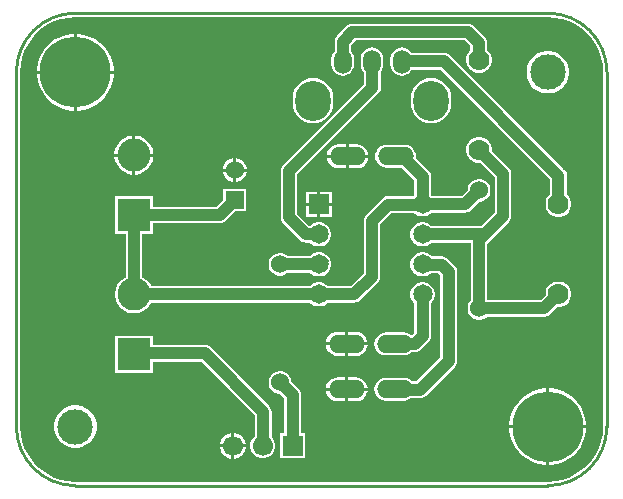
<source format=gtl>
G04*
G04 #@! TF.GenerationSoftware,Altium Limited,CircuitMaker,2.2.1 (2.2.1.6)*
G04*
G04 Layer_Physical_Order=1*
G04 Layer_Color=25308*
%FSLAX44Y44*%
%MOMM*%
G71*
G04*
G04 #@! TF.SameCoordinates,2AB76CEE-A046-4D56-9755-BC6112196B6F*
G04*
G04*
G04 #@! TF.FilePolarity,Positive*
G04*
G01*
G75*
%ADD10C,0.2540*%
%ADD31C,1.0000*%
%ADD32C,0.3000*%
%ADD33R,2.7940X2.7940*%
%ADD34C,2.7940*%
%ADD35R,1.5240X1.5240*%
%ADD36C,1.5240*%
%ADD37O,3.0480X1.5240*%
%ADD38R,1.6510X1.6510*%
%ADD39C,1.6510*%
%ADD40O,3.0000X3.4000*%
%ADD41O,1.5000X2.0000*%
%ADD42C,1.7780*%
%ADD43C,1.7000*%
%ADD44R,1.7000X1.7000*%
%ADD45C,3.0000*%
%ADD46C,6.0000*%
G36*
X50000Y396666D02*
X450000D01*
X450000Y396666D01*
X450140Y396694D01*
X456096Y396303D01*
X462088Y395112D01*
X467872Y393148D01*
X473352Y390446D01*
X478431Y387052D01*
X483024Y383024D01*
X487052Y378431D01*
X490446Y373352D01*
X493148Y367873D01*
X495112Y362088D01*
X496303Y356096D01*
X496694Y350140D01*
X496666Y350000D01*
Y50000D01*
X496666Y50000D01*
X496694Y49860D01*
X496303Y43904D01*
X495112Y37912D01*
X493148Y32127D01*
X490446Y26648D01*
X487052Y21569D01*
X483024Y16976D01*
X478431Y12948D01*
X473352Y9554D01*
X467872Y6852D01*
X462088Y4888D01*
X456096Y3697D01*
X450140Y3306D01*
X450000Y3334D01*
X50000D01*
X49860Y3306D01*
X43904Y3697D01*
X37912Y4888D01*
X32127Y6852D01*
X26648Y9554D01*
X21569Y12948D01*
X16976Y16976D01*
X12948Y21569D01*
X9554Y26648D01*
X6852Y32127D01*
X4888Y37912D01*
X3697Y43904D01*
X3306Y49860D01*
X3334Y50000D01*
Y350000D01*
X3306Y350140D01*
X3697Y356096D01*
X4888Y362088D01*
X6852Y367873D01*
X9554Y373352D01*
X12948Y378431D01*
X16976Y383024D01*
X21569Y387052D01*
X26648Y390446D01*
X32127Y393148D01*
X37912Y395112D01*
X43904Y396303D01*
X49860Y396694D01*
X50000Y396666D01*
D02*
G37*
%LPC*%
G36*
X52561Y382540D02*
X51270D01*
Y351270D01*
X82540D01*
Y352561D01*
X81739Y357620D01*
X80156Y362491D01*
X77831Y367055D01*
X74820Y371198D01*
X71198Y374820D01*
X67055Y377831D01*
X62491Y380156D01*
X57620Y381739D01*
X52561Y382540D01*
D02*
G37*
G36*
X48730D02*
X47439D01*
X42380Y381739D01*
X37509Y380156D01*
X32945Y377831D01*
X28802Y374820D01*
X25180Y371198D01*
X22169Y367055D01*
X19844Y362491D01*
X18261Y357620D01*
X17460Y352561D01*
Y351270D01*
X48730D01*
Y382540D01*
D02*
G37*
G36*
X382500Y391060D02*
X284500D01*
X282673Y390820D01*
X280970Y390115D01*
X279508Y388992D01*
X271508Y380993D01*
X270385Y379530D01*
X269680Y377827D01*
X269440Y376000D01*
Y368230D01*
X267952Y366291D01*
X266994Y363980D01*
X266668Y361500D01*
Y356500D01*
X266994Y354020D01*
X267952Y351709D01*
X269475Y349725D01*
X271459Y348202D01*
X273770Y347244D01*
X276250Y346918D01*
X278730Y347244D01*
X281041Y348202D01*
X283025Y349725D01*
X284548Y351709D01*
X285505Y354020D01*
X285832Y356500D01*
Y361500D01*
X285505Y363980D01*
X284548Y366291D01*
X283560Y367578D01*
Y373075D01*
X287425Y376940D01*
X379576D01*
X384440Y372076D01*
Y368691D01*
X383034Y367286D01*
X381600Y364803D01*
X380858Y362033D01*
Y359165D01*
X381600Y356396D01*
X383034Y353913D01*
X385062Y351885D01*
X387545Y350451D01*
X390315Y349709D01*
X393182D01*
X395952Y350451D01*
X398435Y351885D01*
X400462Y353913D01*
X401896Y356396D01*
X402638Y359165D01*
Y362033D01*
X401896Y364803D01*
X400462Y367286D01*
X398560Y369188D01*
Y375000D01*
X398320Y376827D01*
X397615Y378530D01*
X396493Y379992D01*
X387492Y388992D01*
X386030Y390115D01*
X384327Y390820D01*
X382500Y391060D01*
D02*
G37*
G36*
X451773Y368000D02*
X448227D01*
X444750Y367308D01*
X441474Y365951D01*
X438526Y363982D01*
X436018Y361474D01*
X434049Y358526D01*
X432692Y355250D01*
X432000Y351773D01*
Y348227D01*
X432692Y344750D01*
X434049Y341474D01*
X436018Y338526D01*
X438526Y336018D01*
X441474Y334049D01*
X444750Y332692D01*
X448227Y332000D01*
X451773D01*
X455250Y332692D01*
X458526Y334049D01*
X461474Y336018D01*
X463982Y338526D01*
X465951Y341474D01*
X467308Y344750D01*
X468000Y348227D01*
Y351773D01*
X467308Y355250D01*
X465951Y358526D01*
X463982Y361474D01*
X461474Y363982D01*
X458526Y365951D01*
X455250Y367308D01*
X451773Y368000D01*
D02*
G37*
G36*
X82540Y348730D02*
X51270D01*
Y317460D01*
X52561D01*
X57620Y318261D01*
X62491Y319844D01*
X67055Y322169D01*
X71198Y325180D01*
X74820Y328802D01*
X77831Y332945D01*
X80156Y337509D01*
X81739Y342380D01*
X82540Y347439D01*
Y348730D01*
D02*
G37*
G36*
X48730D02*
X17460D01*
Y347439D01*
X18261Y342380D01*
X19844Y337509D01*
X22169Y332945D01*
X25180Y328802D01*
X28802Y325180D01*
X32945Y322169D01*
X37509Y319844D01*
X42380Y318261D01*
X47439Y317460D01*
X48730D01*
Y348730D01*
D02*
G37*
G36*
X351250Y345082D02*
X347917Y344754D01*
X344713Y343782D01*
X341760Y342203D01*
X339171Y340079D01*
X337047Y337490D01*
X335468Y334537D01*
X334496Y331333D01*
X334168Y328000D01*
Y324000D01*
X334496Y320667D01*
X335468Y317463D01*
X337047Y314510D01*
X339171Y311921D01*
X341760Y309797D01*
X344713Y308218D01*
X347917Y307246D01*
X351250Y306918D01*
X354583Y307246D01*
X357787Y308218D01*
X360740Y309797D01*
X363329Y311921D01*
X365453Y314510D01*
X367032Y317463D01*
X368004Y320667D01*
X368332Y324000D01*
Y328000D01*
X368004Y331333D01*
X367032Y334537D01*
X365453Y337490D01*
X363329Y340079D01*
X360740Y342203D01*
X357787Y343782D01*
X354583Y344754D01*
X351250Y345082D01*
D02*
G37*
G36*
X251250D02*
X247917Y344754D01*
X244713Y343782D01*
X241760Y342203D01*
X239171Y340079D01*
X237047Y337490D01*
X235468Y334537D01*
X234496Y331333D01*
X234168Y328000D01*
Y324000D01*
X234496Y320667D01*
X235468Y317463D01*
X237047Y314510D01*
X239171Y311921D01*
X241760Y309797D01*
X244713Y308218D01*
X247917Y307246D01*
X251250Y306918D01*
X254583Y307246D01*
X257787Y308218D01*
X260740Y309797D01*
X263329Y311921D01*
X265453Y314510D01*
X267032Y317463D01*
X268004Y320667D01*
X268332Y324000D01*
Y328000D01*
X268004Y331333D01*
X267032Y334537D01*
X265453Y337490D01*
X263329Y340079D01*
X260740Y342203D01*
X257787Y343782D01*
X254583Y344754D01*
X251250Y345082D01*
D02*
G37*
G36*
X101126Y296410D02*
X100770D01*
Y281170D01*
X116010D01*
Y281526D01*
X115375Y284716D01*
X114131Y287720D01*
X112324Y290424D01*
X110024Y292724D01*
X107320Y294531D01*
X104316Y295776D01*
X101126Y296410D01*
D02*
G37*
G36*
X98230D02*
X97874D01*
X94684Y295776D01*
X91680Y294531D01*
X88975Y292724D01*
X86676Y290424D01*
X84869Y287720D01*
X83624Y284716D01*
X82990Y281526D01*
Y281170D01*
X98230D01*
Y296410D01*
D02*
G37*
G36*
X288052Y288998D02*
X281702D01*
Y280020D01*
X298132D01*
X297950Y281402D01*
X296926Y283874D01*
X295298Y285996D01*
X293176Y287625D01*
X290704Y288648D01*
X288052Y288998D01*
D02*
G37*
G36*
X279162D02*
X272812D01*
X270159Y288648D01*
X267688Y287625D01*
X265565Y285996D01*
X263937Y283874D01*
X262913Y281402D01*
X262731Y280020D01*
X279162D01*
Y288998D01*
D02*
G37*
G36*
X298132Y277480D02*
X281702D01*
Y268502D01*
X288052D01*
X290704Y268852D01*
X293176Y269875D01*
X295298Y271504D01*
X296926Y273626D01*
X297950Y276098D01*
X298132Y277480D01*
D02*
G37*
G36*
X279162D02*
X262731D01*
X262913Y276098D01*
X263937Y273626D01*
X265565Y271504D01*
X267688Y269875D01*
X270159Y268852D01*
X272812Y268502D01*
X279162D01*
Y277480D01*
D02*
G37*
G36*
X186338Y277310D02*
X186270D01*
Y268420D01*
X195160D01*
Y268488D01*
X194468Y271072D01*
X193130Y273388D01*
X191238Y275280D01*
X188922Y276618D01*
X186338Y277310D01*
D02*
G37*
G36*
X183730D02*
X183662D01*
X181078Y276618D01*
X178762Y275280D01*
X176870Y273388D01*
X175532Y271072D01*
X174840Y268488D01*
Y268420D01*
X183730D01*
Y277310D01*
D02*
G37*
G36*
X116010Y278630D02*
X100770D01*
Y263390D01*
X101126D01*
X104316Y264025D01*
X107320Y265269D01*
X110024Y267076D01*
X112324Y269375D01*
X114131Y272080D01*
X115375Y275084D01*
X116010Y278274D01*
Y278630D01*
D02*
G37*
G36*
X98230D02*
X82990D01*
Y278274D01*
X83624Y275084D01*
X84869Y272080D01*
X86676Y269375D01*
X88975Y267076D01*
X91680Y265269D01*
X94684Y264025D01*
X97874Y263390D01*
X98230D01*
Y278630D01*
D02*
G37*
G36*
X195160Y265880D02*
X186270D01*
Y256990D01*
X186338D01*
X188922Y257682D01*
X191238Y259020D01*
X193130Y260912D01*
X194468Y263228D01*
X195160Y265812D01*
Y265880D01*
D02*
G37*
G36*
X183730D02*
X174840D01*
Y265812D01*
X175532Y263228D01*
X176870Y260912D01*
X178762Y259020D01*
X181078Y257682D01*
X183662Y256990D01*
X183730D01*
Y265880D01*
D02*
G37*
G36*
X266980Y248895D02*
X257455D01*
Y239370D01*
X266980D01*
Y248895D01*
D02*
G37*
G36*
X254915D02*
X245390D01*
Y239370D01*
X254915D01*
Y248895D01*
D02*
G37*
G36*
X266980Y236830D02*
X257455D01*
Y227305D01*
X266980D01*
Y236830D01*
D02*
G37*
G36*
X254915D02*
X245390D01*
Y227305D01*
X254915D01*
Y236830D01*
D02*
G37*
G36*
X326250Y371082D02*
X323770Y370756D01*
X321459Y369798D01*
X319475Y368275D01*
X317952Y366291D01*
X316994Y363980D01*
X316668Y361500D01*
Y356500D01*
X316994Y354020D01*
X317952Y351709D01*
X319475Y349725D01*
X321459Y348202D01*
X323770Y347244D01*
X326250Y346918D01*
X328730Y347244D01*
X331041Y348202D01*
X333025Y349725D01*
X334548Y351709D01*
X334747Y352190D01*
X359325D01*
X451940Y259576D01*
Y246441D01*
X450286Y244787D01*
X448852Y242304D01*
X448110Y239534D01*
Y236667D01*
X448852Y233897D01*
X450286Y231414D01*
X452313Y229387D01*
X454797Y227953D01*
X457566Y227211D01*
X460434D01*
X463203Y227953D01*
X465687Y229387D01*
X467714Y231414D01*
X469148Y233897D01*
X469890Y236667D01*
Y239534D01*
X469148Y242304D01*
X467714Y244787D01*
X466060Y246441D01*
Y262500D01*
X465820Y264327D01*
X465115Y266030D01*
X463992Y267492D01*
X367242Y364243D01*
X365780Y365364D01*
X364077Y366070D01*
X362250Y366310D01*
X334533D01*
X333025Y368275D01*
X331041Y369798D01*
X328730Y370756D01*
X326250Y371082D01*
D02*
G37*
G36*
X393182Y295289D02*
X390315D01*
X387545Y294547D01*
X385062Y293113D01*
X383034Y291086D01*
X381600Y288603D01*
X380858Y285833D01*
Y282966D01*
X381600Y280196D01*
X383034Y277713D01*
X385062Y275685D01*
X387545Y274251D01*
X390315Y273509D01*
X392654D01*
X404940Y261223D01*
Y230924D01*
X393775Y219760D01*
X351384D01*
X350239Y220906D01*
X347900Y222256D01*
X345292Y222955D01*
X342592D01*
X339984Y222256D01*
X337645Y220906D01*
X335736Y218997D01*
X334386Y216658D01*
X333687Y214050D01*
Y211350D01*
X334386Y208742D01*
X335736Y206403D01*
X337645Y204494D01*
X339984Y203144D01*
X342592Y202445D01*
X345292D01*
X347900Y203144D01*
X350239Y204494D01*
X351384Y205640D01*
X384690D01*
Y156544D01*
X384052Y155906D01*
X382786Y153713D01*
X382130Y151266D01*
Y148733D01*
X382786Y146286D01*
X384052Y144093D01*
X385843Y142302D01*
X388037Y141035D01*
X390484Y140379D01*
X393017D01*
X395463Y141035D01*
X397657Y142302D01*
X398294Y142939D01*
X447099D01*
X448926Y143180D01*
X450629Y143885D01*
X452091Y145007D01*
X458095Y151011D01*
X460434D01*
X463203Y151753D01*
X465687Y153187D01*
X467714Y155214D01*
X469148Y157697D01*
X469890Y160467D01*
Y163335D01*
X469148Y166104D01*
X467714Y168587D01*
X465687Y170615D01*
X463203Y172049D01*
X460434Y172791D01*
X457566D01*
X454797Y172049D01*
X452313Y170615D01*
X450286Y168587D01*
X448852Y166104D01*
X448110Y163335D01*
Y160996D01*
X444174Y157060D01*
X398810D01*
Y204825D01*
X401692Y207708D01*
X416992Y223008D01*
X418115Y224470D01*
X418820Y226173D01*
X419060Y228000D01*
Y264148D01*
X418820Y265975D01*
X418115Y267678D01*
X416992Y269140D01*
X402638Y283494D01*
Y285833D01*
X401896Y288603D01*
X400462Y291086D01*
X398435Y293113D01*
X395952Y294547D01*
X393182Y295289D01*
D02*
G37*
G36*
X301250Y371082D02*
X298770Y370756D01*
X296459Y369798D01*
X294475Y368275D01*
X292952Y366291D01*
X291994Y363980D01*
X291668Y361500D01*
Y356500D01*
X291994Y354020D01*
X292952Y351709D01*
X294440Y349770D01*
Y339925D01*
X225758Y271243D01*
X224636Y269780D01*
X223930Y268077D01*
X223690Y266250D01*
Y227000D01*
X223930Y225173D01*
X224636Y223470D01*
X225758Y222008D01*
X240058Y207708D01*
X241520Y206586D01*
X243223Y205880D01*
X245050Y205640D01*
X248743D01*
X249888Y204494D01*
X252227Y203144D01*
X254835Y202445D01*
X257535D01*
X260143Y203144D01*
X262482Y204494D01*
X264391Y206403D01*
X265741Y208742D01*
X266440Y211350D01*
Y214050D01*
X265741Y216658D01*
X264391Y218997D01*
X262482Y220906D01*
X260143Y222256D01*
X257535Y222955D01*
X254835D01*
X252227Y222256D01*
X249888Y220906D01*
X248743Y219760D01*
X247974D01*
X237810Y229925D01*
Y263326D01*
X306493Y332008D01*
X307614Y333470D01*
X308320Y335173D01*
X308560Y337000D01*
Y350422D01*
X309548Y351709D01*
X310505Y354020D01*
X310832Y356500D01*
Y361500D01*
X310505Y363980D01*
X309548Y366291D01*
X308025Y368275D01*
X306041Y369798D01*
X303730Y370756D01*
X301250Y371082D01*
D02*
G37*
G36*
X257535Y197555D02*
X254835D01*
X252227Y196856D01*
X249888Y195506D01*
X248743Y194360D01*
X229793D01*
X229155Y194998D01*
X226961Y196264D01*
X224515Y196920D01*
X221982D01*
X219535Y196264D01*
X217342Y194998D01*
X215550Y193207D01*
X214284Y191013D01*
X213628Y188566D01*
Y186033D01*
X214284Y183587D01*
X215550Y181393D01*
X217342Y179602D01*
X219535Y178336D01*
X221982Y177680D01*
X224515D01*
X226961Y178336D01*
X229155Y179602D01*
X229793Y180240D01*
X248743D01*
X249888Y179094D01*
X252227Y177744D01*
X254835Y177045D01*
X257535D01*
X260143Y177744D01*
X262482Y179094D01*
X264391Y181003D01*
X265741Y183342D01*
X266440Y185950D01*
Y188650D01*
X266202Y189539D01*
X266254Y189800D01*
X265982Y191166D01*
X265208Y192323D01*
X265014Y192518D01*
X264391Y193597D01*
X262482Y195506D01*
X260143Y196856D01*
X257535Y197555D01*
D02*
G37*
G36*
X328692Y288453D02*
X313452D01*
X310940Y288122D01*
X308600Y287153D01*
X306591Y285611D01*
X305049Y283601D01*
X304079Y281261D01*
X303749Y278750D01*
X304079Y276239D01*
X305049Y273899D01*
X306591Y271889D01*
X308600Y270347D01*
X310940Y269378D01*
X313452Y269047D01*
X326620D01*
X336882Y258785D01*
Y245542D01*
X336400Y245060D01*
X314750D01*
X312923Y244820D01*
X311220Y244114D01*
X309757Y242992D01*
X296008Y229242D01*
X294886Y227780D01*
X294180Y226077D01*
X293940Y224250D01*
Y179925D01*
X282976Y168960D01*
X263627D01*
X262482Y170106D01*
X260143Y171456D01*
X257535Y172155D01*
X254835D01*
X252227Y171456D01*
X249888Y170106D01*
X248743Y168960D01*
X113861D01*
X113652Y169465D01*
X111905Y172080D01*
X109680Y174305D01*
X107065Y176052D01*
X106560Y176261D01*
Y213130D01*
X115470D01*
Y222040D01*
X172350D01*
X174177Y222280D01*
X175880Y222985D01*
X177342Y224108D01*
X185365Y232130D01*
X194620D01*
Y251370D01*
X175380D01*
Y242115D01*
X169426Y236160D01*
X115470D01*
Y245070D01*
X83530D01*
Y213130D01*
X92440D01*
Y176261D01*
X91935Y176052D01*
X89320Y174305D01*
X87095Y172080D01*
X85348Y169465D01*
X84144Y166558D01*
X83530Y163473D01*
Y160327D01*
X84144Y157242D01*
X85348Y154335D01*
X87095Y151720D01*
X89320Y149495D01*
X91935Y147748D01*
X94842Y146544D01*
X97927Y145930D01*
X101073D01*
X104158Y146544D01*
X107065Y147748D01*
X109680Y149495D01*
X111905Y151720D01*
X113652Y154335D01*
X113861Y154840D01*
X248743D01*
X249888Y153694D01*
X252227Y152344D01*
X254835Y151645D01*
X257535D01*
X260143Y152344D01*
X262482Y153694D01*
X263627Y154840D01*
X285900D01*
X287727Y155080D01*
X289430Y155786D01*
X290893Y156908D01*
X305993Y172008D01*
X307115Y173470D01*
X307820Y175173D01*
X308060Y177000D01*
Y221325D01*
X317675Y230940D01*
X336600D01*
X337645Y229894D01*
X339984Y228544D01*
X342592Y227845D01*
X345292D01*
X347900Y228544D01*
X350239Y229894D01*
X351384Y231040D01*
X379848D01*
X381675Y231280D01*
X383378Y231985D01*
X384840Y233108D01*
X392113Y240381D01*
X393015D01*
X395462Y241036D01*
X397655Y242303D01*
X399446Y244094D01*
X400713Y246287D01*
X401368Y248734D01*
Y251267D01*
X400713Y253714D01*
X399446Y255907D01*
X397655Y257698D01*
X395462Y258965D01*
X393015Y259621D01*
X390482D01*
X388035Y258965D01*
X385841Y257698D01*
X384050Y255907D01*
X382784Y253714D01*
X382128Y251267D01*
Y250366D01*
X376923Y245160D01*
X351384D01*
X351002Y245542D01*
Y261710D01*
X350762Y263537D01*
X350056Y265240D01*
X348935Y266702D01*
X338219Y277417D01*
X338395Y278750D01*
X338064Y281261D01*
X337095Y283601D01*
X335553Y285611D01*
X333543Y287153D01*
X331203Y288122D01*
X328692Y288453D01*
D02*
G37*
G36*
X345292Y172155D02*
X342592D01*
X339984Y171456D01*
X337645Y170106D01*
X335736Y168197D01*
X334386Y165858D01*
X333687Y163250D01*
Y160550D01*
X334386Y157942D01*
X335736Y155603D01*
X336882Y154458D01*
Y129367D01*
X334588Y127073D01*
X332855Y128403D01*
X330515Y129372D01*
X328004Y129703D01*
X312764D01*
X310252Y129372D01*
X307912Y128403D01*
X305903Y126861D01*
X304361Y124852D01*
X303391Y122511D01*
X303060Y120000D01*
X303391Y117489D01*
X304361Y115148D01*
X305903Y113139D01*
X307912Y111597D01*
X310252Y110628D01*
X312764Y110297D01*
X328004D01*
X330515Y110628D01*
X332855Y111597D01*
X334605Y112940D01*
X337500D01*
X339327Y113180D01*
X341030Y113885D01*
X342492Y115007D01*
X348935Y121449D01*
X350056Y122912D01*
X350762Y124615D01*
X351002Y126442D01*
Y154458D01*
X352148Y155603D01*
X353498Y157942D01*
X354197Y160550D01*
Y163250D01*
X353498Y165858D01*
X352148Y168197D01*
X350239Y170106D01*
X347900Y171456D01*
X345292Y172155D01*
D02*
G37*
G36*
X287363Y130248D02*
X281014D01*
Y121270D01*
X297444D01*
X297262Y122652D01*
X296238Y125124D01*
X294610Y127246D01*
X292487Y128875D01*
X290016Y129899D01*
X287363Y130248D01*
D02*
G37*
G36*
X278474D02*
X272124D01*
X269471Y129899D01*
X267000Y128875D01*
X264877Y127246D01*
X263249Y125124D01*
X262225Y122652D01*
X262043Y121270D01*
X278474D01*
Y130248D01*
D02*
G37*
G36*
X297444Y118730D02*
X281014D01*
Y109752D01*
X287363D01*
X290016Y110101D01*
X292487Y111125D01*
X294610Y112754D01*
X296238Y114876D01*
X297262Y117348D01*
X297444Y118730D01*
D02*
G37*
G36*
X278474D02*
X262043D01*
X262225Y117348D01*
X263249Y114876D01*
X264877Y112754D01*
X267000Y111125D01*
X269471Y110101D01*
X272124Y109752D01*
X278474D01*
Y118730D01*
D02*
G37*
G36*
X345292Y197555D02*
X342592D01*
X339984Y196856D01*
X337645Y195506D01*
X335736Y193597D01*
X334386Y191258D01*
X333687Y188650D01*
Y185950D01*
X334386Y183342D01*
X335736Y181003D01*
X337645Y179094D01*
X339984Y177744D01*
X342592Y177045D01*
X345292D01*
X347900Y177744D01*
X350239Y179094D01*
X351084Y179940D01*
X357326D01*
X358940Y178326D01*
Y108674D01*
X338576Y88310D01*
X334903D01*
X334865Y88361D01*
X332855Y89903D01*
X330515Y90872D01*
X328004Y91203D01*
X312764D01*
X310252Y90872D01*
X307912Y89903D01*
X305903Y88361D01*
X304361Y86351D01*
X303391Y84011D01*
X303060Y81500D01*
X303391Y78989D01*
X304361Y76649D01*
X305903Y74639D01*
X307912Y73097D01*
X310252Y72128D01*
X312764Y71797D01*
X328004D01*
X330515Y72128D01*
X332855Y73097D01*
X334279Y74190D01*
X341500D01*
X343327Y74430D01*
X345030Y75135D01*
X346492Y76258D01*
X370993Y100758D01*
X372114Y102220D01*
X372820Y103923D01*
X373060Y105750D01*
Y181250D01*
X372820Y183077D01*
X372114Y184780D01*
X370993Y186243D01*
X365242Y191992D01*
X363780Y193114D01*
X362077Y193820D01*
X360250Y194060D01*
X351684D01*
X350239Y195506D01*
X347900Y196856D01*
X345292Y197555D01*
D02*
G37*
G36*
X287363Y91748D02*
X281014D01*
Y82770D01*
X297444D01*
X297262Y84152D01*
X296238Y86624D01*
X294610Y88746D01*
X292487Y90375D01*
X290016Y91398D01*
X287363Y91748D01*
D02*
G37*
G36*
X278474D02*
X272124D01*
X269471Y91398D01*
X267000Y90375D01*
X264877Y88746D01*
X263249Y86624D01*
X262225Y84152D01*
X262043Y82770D01*
X278474D01*
Y91748D01*
D02*
G37*
G36*
X297444Y80230D02*
X281014D01*
Y71252D01*
X287363D01*
X290016Y71602D01*
X292487Y72625D01*
X294610Y74254D01*
X296238Y76376D01*
X297262Y78848D01*
X297444Y80230D01*
D02*
G37*
G36*
X278474D02*
X262043D01*
X262225Y78848D01*
X263249Y76376D01*
X264877Y74254D01*
X267000Y72625D01*
X269471Y71602D01*
X272124Y71252D01*
X278474D01*
Y80230D01*
D02*
G37*
G36*
X452561Y82540D02*
X451270D01*
Y51270D01*
X482540D01*
Y52561D01*
X481739Y57620D01*
X480156Y62491D01*
X477831Y67055D01*
X474820Y71198D01*
X471198Y74820D01*
X467055Y77831D01*
X462491Y80156D01*
X457620Y81739D01*
X452561Y82540D01*
D02*
G37*
G36*
X448730D02*
X447439D01*
X442380Y81739D01*
X437509Y80156D01*
X432945Y77831D01*
X428802Y74820D01*
X425180Y71198D01*
X422169Y67055D01*
X419844Y62491D01*
X418261Y57620D01*
X417460Y52561D01*
Y51270D01*
X448730D01*
Y82540D01*
D02*
G37*
G36*
X184703Y44790D02*
X184520D01*
Y35020D01*
X194290D01*
Y35203D01*
X193538Y38011D01*
X192084Y40529D01*
X190029Y42584D01*
X187511Y44038D01*
X184703Y44790D01*
D02*
G37*
G36*
X181980D02*
X181797D01*
X178989Y44038D01*
X176471Y42584D01*
X174416Y40529D01*
X172962Y38011D01*
X172210Y35203D01*
Y35020D01*
X181980D01*
Y44790D01*
D02*
G37*
G36*
X51773Y68000D02*
X48227D01*
X44750Y67308D01*
X41474Y65951D01*
X38526Y63981D01*
X36019Y61474D01*
X34049Y58526D01*
X32692Y55250D01*
X32000Y51773D01*
Y48227D01*
X32692Y44750D01*
X34049Y41474D01*
X36019Y38526D01*
X38526Y36019D01*
X41474Y34049D01*
X44750Y32692D01*
X48227Y32000D01*
X51773D01*
X55250Y32692D01*
X58526Y34049D01*
X61474Y36019D01*
X63981Y38526D01*
X65951Y41474D01*
X67308Y44750D01*
X68000Y48227D01*
Y51773D01*
X67308Y55250D01*
X65951Y58526D01*
X63981Y61474D01*
X61474Y63981D01*
X58526Y65951D01*
X55250Y67308D01*
X51773Y68000D01*
D02*
G37*
G36*
X224517Y96919D02*
X221984D01*
X219537Y96263D01*
X217343Y94997D01*
X215552Y93206D01*
X214286Y91012D01*
X213630Y88565D01*
Y86032D01*
X214286Y83586D01*
X215552Y81392D01*
X217343Y79601D01*
X219537Y78334D01*
X221984Y77679D01*
X222885D01*
X226990Y73574D01*
Y44250D01*
X223550D01*
Y23250D01*
X244550D01*
Y44250D01*
X241110D01*
Y76499D01*
X240870Y78326D01*
X240165Y80029D01*
X239042Y81491D01*
X232870Y87664D01*
Y88565D01*
X232214Y91012D01*
X230948Y93206D01*
X229157Y94997D01*
X226963Y96263D01*
X224517Y96919D01*
D02*
G37*
G36*
X115470Y127070D02*
X83530D01*
Y95130D01*
X115470D01*
Y104940D01*
X156575D01*
X201940Y59576D01*
Y41889D01*
X200248Y40197D01*
X198866Y37803D01*
X198150Y35132D01*
Y32368D01*
X198866Y29697D01*
X200248Y27303D01*
X202203Y25348D01*
X204597Y23966D01*
X207268Y23250D01*
X210032D01*
X212703Y23966D01*
X215097Y25348D01*
X217052Y27303D01*
X218434Y29697D01*
X219150Y32368D01*
Y35132D01*
X218434Y37803D01*
X217052Y40197D01*
X216060Y41189D01*
Y62500D01*
X215820Y64327D01*
X215114Y66030D01*
X213993Y67492D01*
X164492Y116993D01*
X163030Y118115D01*
X161327Y118820D01*
X159500Y119060D01*
X115470D01*
Y127070D01*
D02*
G37*
G36*
X194290Y32480D02*
X184520D01*
Y22710D01*
X184703D01*
X187511Y23462D01*
X190029Y24916D01*
X192084Y26971D01*
X193538Y29489D01*
X194290Y32297D01*
Y32480D01*
D02*
G37*
G36*
X181980D02*
X172210D01*
Y32297D01*
X172962Y29489D01*
X174416Y26971D01*
X176471Y24916D01*
X178989Y23462D01*
X181797Y22710D01*
X181980D01*
Y32480D01*
D02*
G37*
G36*
X482540Y48730D02*
X451270D01*
Y17460D01*
X452561D01*
X457620Y18261D01*
X462491Y19844D01*
X467055Y22169D01*
X471198Y25180D01*
X474820Y28802D01*
X477831Y32945D01*
X480156Y37509D01*
X481739Y42380D01*
X482540Y47439D01*
Y48730D01*
D02*
G37*
G36*
X448730D02*
X417460D01*
Y47439D01*
X418261Y42380D01*
X419844Y37509D01*
X422169Y32945D01*
X425180Y28802D01*
X428802Y25180D01*
X432945Y22169D01*
X437509Y19844D01*
X442380Y18261D01*
X447439Y17460D01*
X448730D01*
Y48730D01*
D02*
G37*
%LPD*%
G54D10*
X450000Y400000D02*
G03*
X450000Y400000I0J0D01*
G01*
X500000Y50000D02*
G03*
X500000Y50000I0J0D01*
G01*
Y350000D02*
G03*
X450000Y400000I-50000J0D01*
G01*
Y0D02*
G03*
X500000Y50000I0J50000D01*
G01*
X0D02*
G03*
X50000Y0I50000J0D01*
G01*
Y400000D02*
G03*
X0Y350000I0J-50000D01*
G01*
X50000Y400000D02*
X450000D01*
X0Y50000D02*
Y350000D01*
X50000Y0D02*
X450000D01*
X500000Y50000D02*
Y350000D01*
G54D31*
X301250Y359000D02*
X301500Y358750D01*
Y337000D02*
Y358750D01*
X325064Y81250D02*
X341500D01*
X230750Y266250D02*
X301500Y337000D01*
X276500Y359000D02*
Y376000D01*
X326500Y362000D02*
X329250Y359250D01*
X362250D02*
X459000Y262500D01*
X329250Y359250D02*
X362250D01*
X230750Y227000D02*
Y266250D01*
X459000Y238101D02*
Y262500D01*
X391748Y284399D02*
X412000Y264148D01*
Y228000D02*
Y264148D01*
X391500Y360848D02*
X391748Y360599D01*
X391500Y360848D02*
Y375000D01*
X382500Y384000D02*
X391500Y375000D01*
X284500Y384000D02*
X382500D01*
X341500Y81250D02*
X366000Y105750D01*
X325402Y280250D02*
X343942Y261710D01*
X314750Y238000D02*
X343842D01*
X301000Y224250D02*
X314750Y238000D01*
X301000Y177000D02*
Y224250D01*
X285900Y161900D02*
X301000Y177000D01*
X256185Y161900D02*
X285900D01*
X245050Y212700D02*
X256185D01*
X230750Y227000D02*
X245050Y212700D01*
X99500Y113700D02*
X101200Y112000D01*
X209000Y34100D02*
Y62500D01*
X159500Y112000D02*
X209000Y62500D01*
X101200Y112000D02*
X159500D01*
X99500Y161900D02*
X256185D01*
X223248Y187300D02*
X256185D01*
X223250Y87299D02*
X234050Y76499D01*
Y33750D02*
Y76499D01*
X208650Y33750D02*
X209000Y34100D01*
X99500Y164500D02*
Y229100D01*
X391750Y207750D02*
X396700Y212700D01*
X391750Y149999D02*
Y207750D01*
X343942Y187300D02*
X344242Y187000D01*
X360250D01*
X366000Y181250D01*
Y105750D02*
Y181250D01*
X325402Y120000D02*
X337500D01*
X312702D02*
X325402D01*
X337500D02*
X343942Y126442D01*
Y161900D01*
X447099Y149999D02*
X459000Y161901D01*
X391750Y149999D02*
X447099D01*
X343842Y238000D02*
X343942Y238100D01*
Y261710D01*
X379848Y238100D02*
X391748Y250001D01*
X343942Y238100D02*
X379848D01*
X343942Y212700D02*
X396700D01*
X276500Y376000D02*
X284500Y384000D01*
X172350Y229100D02*
X185000Y241750D01*
X99500Y229100D02*
X172350D01*
X396700Y212700D02*
X412000Y228000D01*
G54D32*
X262484Y190001D02*
X262685Y189800D01*
G54D33*
X99500Y229100D02*
D03*
Y111100D02*
D03*
G54D34*
Y279900D02*
D03*
Y161900D02*
D03*
G54D35*
X185000Y241750D02*
D03*
G54D36*
Y267150D02*
D03*
X274664Y81500D02*
D03*
X325463D02*
D03*
X275352Y278750D02*
D03*
X326152D02*
D03*
X325463Y120000D02*
D03*
X274664D02*
D03*
X223250Y87299D02*
D03*
X223248Y187300D02*
D03*
X391750Y149999D02*
D03*
X391748Y250001D02*
D03*
G54D37*
X279743Y81500D02*
D03*
X320383D02*
D03*
X280432Y278750D02*
D03*
X321072D02*
D03*
X320383Y120000D02*
D03*
X279743D02*
D03*
G54D38*
X256185Y238100D02*
D03*
G54D39*
Y212700D02*
D03*
Y161900D02*
D03*
X343942D02*
D03*
Y187300D02*
D03*
Y212700D02*
D03*
Y238100D02*
D03*
X256185Y187300D02*
D03*
G54D40*
X251250Y326000D02*
D03*
X351250D02*
D03*
G54D41*
X276250Y359000D02*
D03*
X301250D02*
D03*
X326250D02*
D03*
G54D42*
X391748Y360599D02*
D03*
Y284399D02*
D03*
X459000Y161901D02*
D03*
Y238101D02*
D03*
G54D43*
X183250Y33750D02*
D03*
X208650D02*
D03*
G54D44*
X234050D02*
D03*
G54D45*
X450000Y350000D02*
D03*
X50000Y50000D02*
D03*
G54D46*
X450000D02*
D03*
X50000Y350000D02*
D03*
M02*

</source>
